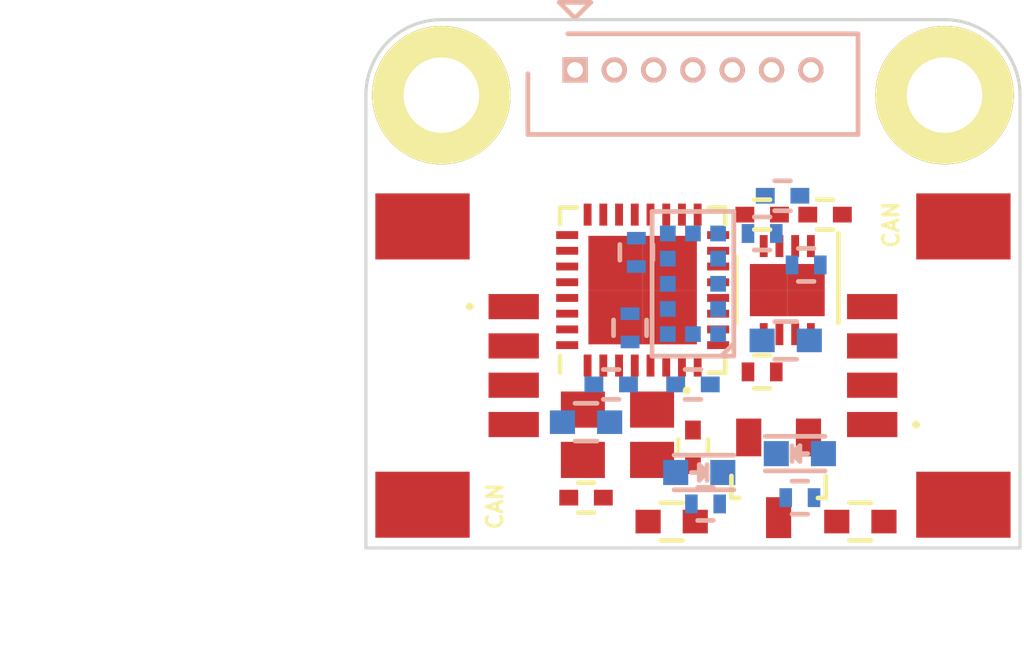
<source format=kicad_pcb>
(kicad_pcb (version 4) (host pcbnew 4.0.1-stable)

  (general
    (links 86)
    (no_connects 86)
    (area 39.549999 41.549999 60.450001 58.450001)
    (thickness 1.6)
    (drawings 8)
    (tracks 0)
    (zones 0)
    (modules 30)
    (nets 26)
  )

  (page A4)
  (title_block
    (title "VL53L0X Time of flight sensor board")
    (rev A)
    (company CVRA)
    (comment 1 "Designed by Salah-Eddine Missri & Michael Spieler")
  )

  (layers
    (0 F.Cu signal)
    (31 B.Cu signal)
    (34 B.Paste user)
    (35 F.Paste user)
    (36 B.SilkS user)
    (37 F.SilkS user)
    (38 B.Mask user)
    (39 F.Mask user)
    (41 Cmts.User user)
    (44 Edge.Cuts user)
  )

  (setup
    (last_trace_width 0.16)
    (user_trace_width 0.18)
    (user_trace_width 0.2)
    (user_trace_width 0.25)
    (trace_clearance 0.16)
    (zone_clearance 0.508)
    (zone_45_only no)
    (trace_min 0.1524)
    (segment_width 0.2)
    (edge_width 0.1)
    (via_size 0.6)
    (via_drill 0.3)
    (via_min_size 0.6)
    (via_min_drill 0.3)
    (user_via 0.7 0.4)
    (uvia_size 0.6)
    (uvia_drill 0.3)
    (uvias_allowed no)
    (uvia_min_size 0.6)
    (uvia_min_drill 0.3)
    (pcb_text_width 0.3)
    (pcb_text_size 1.5 1.5)
    (mod_edge_width 0.15)
    (mod_text_size 1 1)
    (mod_text_width 0.15)
    (pad_size 4.4 4.4)
    (pad_drill 2.4)
    (pad_to_mask_clearance 0)
    (aux_axis_origin 0 0)
    (visible_elements FFFFFF7F)
    (pcbplotparams
      (layerselection 0x00030_80000001)
      (usegerberextensions false)
      (excludeedgelayer true)
      (linewidth 0.100000)
      (plotframeref false)
      (viasonmask false)
      (mode 1)
      (useauxorigin false)
      (hpglpennumber 1)
      (hpglpenspeed 20)
      (hpglpendiameter 15)
      (hpglpenoverlay 2)
      (psnegative false)
      (psa4output false)
      (plotreference true)
      (plotvalue true)
      (plotinvisibletext false)
      (padsonsilk false)
      (subtractmaskfromsilk false)
      (outputformat 1)
      (mirror false)
      (drillshape 1)
      (scaleselection 1)
      (outputdirectory ""))
  )

  (net 0 "")
  (net 1 VCC)
  (net 2 GND)
  (net 3 /STM32_NRST)
  (net 4 +5V)
  (net 5 "Net-(C8-Pad1)")
  (net 6 "Net-(C9-Pad1)")
  (net 7 /STM32_SWDIO)
  (net 8 /STM32_SWCLK)
  (net 9 /UART2_TX)
  (net 10 /UART2_RX)
  (net 11 "Net-(CONN2-Pad4)")
  (net 12 "Net-(CONN2-Pad3)")
  (net 13 "Net-(D2-Pad2)")
  (net 14 "Net-(D3-Pad2)")
  (net 15 /GPIO1)
  (net 16 /I2C_SCL)
  (net 17 /I2C_SDA)
  (net 18 /Proximity)
  (net 19 /Error)
  (net 20 "Net-(R8-Pad1)")
  (net 21 /CAN_SPEED)
  (net 22 /XSHUT)
  (net 23 /CAN_RX)
  (net 24 /CAN_TX)
  (net 25 "Net-(U2-Pad9)")

  (net_class Default "This is the default net class."
    (clearance 0.16)
    (trace_width 0.16)
    (via_dia 0.6)
    (via_drill 0.3)
    (uvia_dia 0.6)
    (uvia_drill 0.3)
    (add_net +5V)
    (add_net /CAN_RX)
    (add_net /CAN_SPEED)
    (add_net /CAN_TX)
    (add_net /Error)
    (add_net /GPIO1)
    (add_net /I2C_SCL)
    (add_net /I2C_SDA)
    (add_net /Proximity)
    (add_net /STM32_NRST)
    (add_net /STM32_SWCLK)
    (add_net /STM32_SWDIO)
    (add_net /UART2_RX)
    (add_net /UART2_TX)
    (add_net /XSHUT)
    (add_net GND)
    (add_net "Net-(C8-Pad1)")
    (add_net "Net-(C9-Pad1)")
    (add_net "Net-(CONN2-Pad3)")
    (add_net "Net-(CONN2-Pad4)")
    (add_net "Net-(D2-Pad2)")
    (add_net "Net-(D3-Pad2)")
    (add_net "Net-(R8-Pad1)")
    (add_net "Net-(U2-Pad9)")
    (add_net VCC)
  )

  (module _mech:_M2 (layer F.Cu) (tedit 57962947) (tstamp 57998415)
    (at 42 45)
    (fp_text reference _M2 (at 0 -1.27) (layer F.SilkS) hide
      (effects (font (size 1 1) (thickness 0.15)))
    )
    (fp_text value VAL** (at 0 0) (layer F.Fab)
      (effects (font (size 1 1) (thickness 0.15)))
    )
    (pad 1 thru_hole circle (at 0 -1) (size 4.4 4.4) (drill 2.4) (layers *.Cu *.Mask F.SilkS))
  )

  (module Capacitors_SMD:C_0603 (layer B.Cu) (tedit 57963860) (tstamp 5794A2B9)
    (at 46.6 54.4)
    (descr "Capacitor SMD 0603, reflow soldering, AVX (see smccp.pdf)")
    (tags "capacitor 0603")
    (path /574E0463)
    (attr smd)
    (fp_text reference C1 (at 0 1.9) (layer B.SilkS) hide
      (effects (font (size 1 1) (thickness 0.15)) (justify mirror))
    )
    (fp_text value 4.7uF (at 0 -1.9) (layer B.Fab)
      (effects (font (size 1 1) (thickness 0.15)) (justify mirror))
    )
    (fp_line (start -1.45 0.75) (end 1.45 0.75) (layer B.CrtYd) (width 0.05))
    (fp_line (start -1.45 -0.75) (end 1.45 -0.75) (layer B.CrtYd) (width 0.05))
    (fp_line (start -1.45 0.75) (end -1.45 -0.75) (layer B.CrtYd) (width 0.05))
    (fp_line (start 1.45 0.75) (end 1.45 -0.75) (layer B.CrtYd) (width 0.05))
    (fp_line (start -0.35 0.6) (end 0.35 0.6) (layer B.SilkS) (width 0.15))
    (fp_line (start 0.35 -0.6) (end -0.35 -0.6) (layer B.SilkS) (width 0.15))
    (pad 1 smd rect (at -0.75 0) (size 0.8 0.75) (layers B.Cu B.Paste B.Mask)
      (net 1 VCC))
    (pad 2 smd rect (at 0.75 0) (size 0.8 0.75) (layers B.Cu B.Paste B.Mask)
      (net 2 GND))
    (model Capacitors_SMD.3dshapes/C_0603.wrl
      (at (xyz 0 0 0))
      (scale (xyz 1 1 1))
      (rotate (xyz 0 0 0))
    )
  )

  (module Capacitors_SMD:C_0402 (layer F.Cu) (tedit 57963BA3) (tstamp 5794A2BF)
    (at 52.2 47.8)
    (descr "Capacitor SMD 0402, reflow soldering, AVX (see smccp.pdf)")
    (tags "capacitor 0402")
    (path /558072B3)
    (attr smd)
    (fp_text reference C2 (at 0 -1.7) (layer F.SilkS) hide
      (effects (font (size 1 1) (thickness 0.15)))
    )
    (fp_text value 0.1uF (at 0 1.7) (layer F.Fab)
      (effects (font (size 1 1) (thickness 0.15)))
    )
    (fp_line (start -1.15 -0.6) (end 1.15 -0.6) (layer F.CrtYd) (width 0.05))
    (fp_line (start -1.15 0.6) (end 1.15 0.6) (layer F.CrtYd) (width 0.05))
    (fp_line (start -1.15 -0.6) (end -1.15 0.6) (layer F.CrtYd) (width 0.05))
    (fp_line (start 1.15 -0.6) (end 1.15 0.6) (layer F.CrtYd) (width 0.05))
    (fp_line (start 0.25 -0.475) (end -0.25 -0.475) (layer F.SilkS) (width 0.15))
    (fp_line (start -0.25 0.475) (end 0.25 0.475) (layer F.SilkS) (width 0.15))
    (pad 1 smd rect (at -0.55 0) (size 0.6 0.5) (layers F.Cu F.Paste F.Mask)
      (net 1 VCC))
    (pad 2 smd rect (at 0.55 0) (size 0.6 0.5) (layers F.Cu F.Paste F.Mask)
      (net 2 GND))
    (model Capacitors_SMD.3dshapes/C_0402.wrl
      (at (xyz 0 0 0))
      (scale (xyz 1 1 1))
      (rotate (xyz 0 0 0))
    )
  )

  (module Capacitors_SMD:C_0402 (layer B.Cu) (tedit 57963B6D) (tstamp 5794A2C5)
    (at 47.4 53.2 180)
    (descr "Capacitor SMD 0402, reflow soldering, AVX (see smccp.pdf)")
    (tags "capacitor 0402")
    (path /574DE706)
    (attr smd)
    (fp_text reference C3 (at 0 1.7 180) (layer B.SilkS) hide
      (effects (font (size 1 1) (thickness 0.15)) (justify mirror))
    )
    (fp_text value 0.1uF (at 0 -1.7 180) (layer B.Fab)
      (effects (font (size 1 1) (thickness 0.15)) (justify mirror))
    )
    (fp_line (start -1.15 0.6) (end 1.15 0.6) (layer B.CrtYd) (width 0.05))
    (fp_line (start -1.15 -0.6) (end 1.15 -0.6) (layer B.CrtYd) (width 0.05))
    (fp_line (start -1.15 0.6) (end -1.15 -0.6) (layer B.CrtYd) (width 0.05))
    (fp_line (start 1.15 0.6) (end 1.15 -0.6) (layer B.CrtYd) (width 0.05))
    (fp_line (start 0.25 0.475) (end -0.25 0.475) (layer B.SilkS) (width 0.15))
    (fp_line (start -0.25 -0.475) (end 0.25 -0.475) (layer B.SilkS) (width 0.15))
    (pad 1 smd rect (at -0.55 0 180) (size 0.6 0.5) (layers B.Cu B.Paste B.Mask)
      (net 3 /STM32_NRST))
    (pad 2 smd rect (at 0.55 0 180) (size 0.6 0.5) (layers B.Cu B.Paste B.Mask)
      (net 2 GND))
    (model Capacitors_SMD.3dshapes/C_0402.wrl
      (at (xyz 0 0 0))
      (scale (xyz 1 1 1))
      (rotate (xyz 0 0 0))
    )
  )

  (module Capacitors_SMD:C_0603 (layer F.Cu) (tedit 5794EED7) (tstamp 5794A2CB)
    (at 55.32335 57.560686)
    (descr "Capacitor SMD 0603, reflow soldering, AVX (see smccp.pdf)")
    (tags "capacitor 0603")
    (path /574E782B)
    (attr smd)
    (fp_text reference C4 (at 0 -1.9) (layer F.SilkS) hide
      (effects (font (size 1 1) (thickness 0.15)))
    )
    (fp_text value 1uF (at 0 1.9) (layer F.Fab) hide
      (effects (font (size 1 1) (thickness 0.15)))
    )
    (fp_line (start -1.45 -0.75) (end 1.45 -0.75) (layer F.CrtYd) (width 0.05))
    (fp_line (start -1.45 0.75) (end 1.45 0.75) (layer F.CrtYd) (width 0.05))
    (fp_line (start -1.45 -0.75) (end -1.45 0.75) (layer F.CrtYd) (width 0.05))
    (fp_line (start 1.45 -0.75) (end 1.45 0.75) (layer F.CrtYd) (width 0.05))
    (fp_line (start -0.35 -0.6) (end 0.35 -0.6) (layer F.SilkS) (width 0.15))
    (fp_line (start 0.35 0.6) (end -0.35 0.6) (layer F.SilkS) (width 0.15))
    (pad 1 smd rect (at -0.75 0) (size 0.8 0.75) (layers F.Cu F.Paste F.Mask)
      (net 4 +5V))
    (pad 2 smd rect (at 0.75 0) (size 0.8 0.75) (layers F.Cu F.Paste F.Mask)
      (net 2 GND))
    (model Capacitors_SMD.3dshapes/C_0603.wrl
      (at (xyz 0 0 0))
      (scale (xyz 1 1 1))
      (rotate (xyz 0 0 0))
    )
  )

  (module Capacitors_SMD:C_0603 (layer F.Cu) (tedit 5794EF4B) (tstamp 5794A2D1)
    (at 49.32335 57.560686 180)
    (descr "Capacitor SMD 0603, reflow soldering, AVX (see smccp.pdf)")
    (tags "capacitor 0603")
    (path /574E78B8)
    (attr smd)
    (fp_text reference C5 (at 0 -1.9 180) (layer F.SilkS) hide
      (effects (font (size 1 1) (thickness 0.15)))
    )
    (fp_text value 22uF (at 0 1.9 180) (layer F.Fab) hide
      (effects (font (size 1 1) (thickness 0.15)))
    )
    (fp_line (start -1.45 -0.75) (end 1.45 -0.75) (layer F.CrtYd) (width 0.05))
    (fp_line (start -1.45 0.75) (end 1.45 0.75) (layer F.CrtYd) (width 0.05))
    (fp_line (start -1.45 -0.75) (end -1.45 0.75) (layer F.CrtYd) (width 0.05))
    (fp_line (start 1.45 -0.75) (end 1.45 0.75) (layer F.CrtYd) (width 0.05))
    (fp_line (start -0.35 -0.6) (end 0.35 -0.6) (layer F.SilkS) (width 0.15))
    (fp_line (start 0.35 0.6) (end -0.35 0.6) (layer F.SilkS) (width 0.15))
    (pad 1 smd rect (at -0.75 0 180) (size 0.8 0.75) (layers F.Cu F.Paste F.Mask)
      (net 1 VCC))
    (pad 2 smd rect (at 0.75 0 180) (size 0.8 0.75) (layers F.Cu F.Paste F.Mask)
      (net 2 GND))
    (model Capacitors_SMD.3dshapes/C_0603.wrl
      (at (xyz 0 0 0))
      (scale (xyz 1 1 1))
      (rotate (xyz 0 0 0))
    )
  )

  (module Capacitors_SMD:C_0402 (layer B.Cu) (tedit 57963AE3) (tstamp 5794A2D7)
    (at 52.85 47.2)
    (descr "Capacitor SMD 0402, reflow soldering, AVX (see smccp.pdf)")
    (tags "capacitor 0402")
    (path /5580E7D7)
    (attr smd)
    (fp_text reference C7 (at 0 1.7) (layer B.SilkS) hide
      (effects (font (size 1 1) (thickness 0.15)) (justify mirror))
    )
    (fp_text value 0.1uF (at 0 -1.7) (layer B.Fab)
      (effects (font (size 1 1) (thickness 0.15)) (justify mirror))
    )
    (fp_line (start -1.15 0.6) (end 1.15 0.6) (layer B.CrtYd) (width 0.05))
    (fp_line (start -1.15 -0.6) (end 1.15 -0.6) (layer B.CrtYd) (width 0.05))
    (fp_line (start -1.15 0.6) (end -1.15 -0.6) (layer B.CrtYd) (width 0.05))
    (fp_line (start 1.15 0.6) (end 1.15 -0.6) (layer B.CrtYd) (width 0.05))
    (fp_line (start 0.25 0.475) (end -0.25 0.475) (layer B.SilkS) (width 0.15))
    (fp_line (start -0.25 -0.475) (end 0.25 -0.475) (layer B.SilkS) (width 0.15))
    (pad 1 smd rect (at -0.55 0) (size 0.6 0.5) (layers B.Cu B.Paste B.Mask)
      (net 1 VCC))
    (pad 2 smd rect (at 0.55 0) (size 0.6 0.5) (layers B.Cu B.Paste B.Mask)
      (net 2 GND))
    (model Capacitors_SMD.3dshapes/C_0402.wrl
      (at (xyz 0 0 0))
      (scale (xyz 1 1 1))
      (rotate (xyz 0 0 0))
    )
  )

  (module Capacitors_SMD:C_0402 (layer F.Cu) (tedit 5794EE98) (tstamp 5794A2DD)
    (at 50 55.2 270)
    (descr "Capacitor SMD 0402, reflow soldering, AVX (see smccp.pdf)")
    (tags "capacitor 0402")
    (path /557CA1E2)
    (attr smd)
    (fp_text reference C8 (at 0 -1.7 270) (layer F.SilkS) hide
      (effects (font (size 1 1) (thickness 0.15)))
    )
    (fp_text value 10pF (at 0 1.7 270) (layer F.Fab) hide
      (effects (font (size 1 1) (thickness 0.15)))
    )
    (fp_line (start -1.15 -0.6) (end 1.15 -0.6) (layer F.CrtYd) (width 0.05))
    (fp_line (start -1.15 0.6) (end 1.15 0.6) (layer F.CrtYd) (width 0.05))
    (fp_line (start -1.15 -0.6) (end -1.15 0.6) (layer F.CrtYd) (width 0.05))
    (fp_line (start 1.15 -0.6) (end 1.15 0.6) (layer F.CrtYd) (width 0.05))
    (fp_line (start 0.25 -0.475) (end -0.25 -0.475) (layer F.SilkS) (width 0.15))
    (fp_line (start -0.25 0.475) (end 0.25 0.475) (layer F.SilkS) (width 0.15))
    (pad 1 smd rect (at -0.55 0 270) (size 0.6 0.5) (layers F.Cu F.Paste F.Mask)
      (net 5 "Net-(C8-Pad1)"))
    (pad 2 smd rect (at 0.55 0 270) (size 0.6 0.5) (layers F.Cu F.Paste F.Mask)
      (net 2 GND))
    (model Capacitors_SMD.3dshapes/C_0402.wrl
      (at (xyz 0 0 0))
      (scale (xyz 1 1 1))
      (rotate (xyz 0 0 0))
    )
  )

  (module Capacitors_SMD:C_0402 (layer F.Cu) (tedit 5794EE9F) (tstamp 5794A2E3)
    (at 46.6 56.8)
    (descr "Capacitor SMD 0402, reflow soldering, AVX (see smccp.pdf)")
    (tags "capacitor 0402")
    (path /557CA248)
    (attr smd)
    (fp_text reference C9 (at 0 -1.7) (layer F.SilkS) hide
      (effects (font (size 1 1) (thickness 0.15)))
    )
    (fp_text value 10pF (at 0 1.7) (layer F.Fab) hide
      (effects (font (size 1 1) (thickness 0.15)))
    )
    (fp_line (start -1.15 -0.6) (end 1.15 -0.6) (layer F.CrtYd) (width 0.05))
    (fp_line (start -1.15 0.6) (end 1.15 0.6) (layer F.CrtYd) (width 0.05))
    (fp_line (start -1.15 -0.6) (end -1.15 0.6) (layer F.CrtYd) (width 0.05))
    (fp_line (start 1.15 -0.6) (end 1.15 0.6) (layer F.CrtYd) (width 0.05))
    (fp_line (start 0.25 -0.475) (end -0.25 -0.475) (layer F.SilkS) (width 0.15))
    (fp_line (start -0.25 0.475) (end 0.25 0.475) (layer F.SilkS) (width 0.15))
    (pad 1 smd rect (at -0.55 0) (size 0.6 0.5) (layers F.Cu F.Paste F.Mask)
      (net 6 "Net-(C9-Pad1)"))
    (pad 2 smd rect (at 0.55 0) (size 0.6 0.5) (layers F.Cu F.Paste F.Mask)
      (net 2 GND))
    (model Capacitors_SMD.3dshapes/C_0402.wrl
      (at (xyz 0 0 0))
      (scale (xyz 1 1 1))
      (rotate (xyz 0 0 0))
    )
  )

  (module Capacitors_SMD:C_0402 (layer F.Cu) (tedit 57963B00) (tstamp 5794A2E9)
    (at 54.2 47.8)
    (descr "Capacitor SMD 0402, reflow soldering, AVX (see smccp.pdf)")
    (tags "capacitor 0402")
    (path /55810004)
    (attr smd)
    (fp_text reference C11 (at 0 -1.7) (layer F.SilkS) hide
      (effects (font (size 1 1) (thickness 0.15)))
    )
    (fp_text value 0.1uF (at 0 1.7) (layer F.Fab)
      (effects (font (size 1 1) (thickness 0.15)))
    )
    (fp_line (start -1.15 -0.6) (end 1.15 -0.6) (layer F.CrtYd) (width 0.05))
    (fp_line (start -1.15 0.6) (end 1.15 0.6) (layer F.CrtYd) (width 0.05))
    (fp_line (start -1.15 -0.6) (end -1.15 0.6) (layer F.CrtYd) (width 0.05))
    (fp_line (start 1.15 -0.6) (end 1.15 0.6) (layer F.CrtYd) (width 0.05))
    (fp_line (start 0.25 -0.475) (end -0.25 -0.475) (layer F.SilkS) (width 0.15))
    (fp_line (start -0.25 0.475) (end 0.25 0.475) (layer F.SilkS) (width 0.15))
    (pad 1 smd rect (at -0.55 0) (size 0.6 0.5) (layers F.Cu F.Paste F.Mask)
      (net 1 VCC))
    (pad 2 smd rect (at 0.55 0) (size 0.6 0.5) (layers F.Cu F.Paste F.Mask)
      (net 2 GND))
    (model Capacitors_SMD.3dshapes/C_0402.wrl
      (at (xyz 0 0 0))
      (scale (xyz 1 1 1))
      (rotate (xyz 0 0 0))
    )
  )

  (module Capacitors_SMD:C_0402 (layer B.Cu) (tedit 579634E7) (tstamp 5794A2EF)
    (at 50 53.2)
    (descr "Capacitor SMD 0402, reflow soldering, AVX (see smccp.pdf)")
    (tags "capacitor 0402")
    (path /57560FC4)
    (attr smd)
    (fp_text reference C13 (at 0 1.7) (layer B.SilkS) hide
      (effects (font (size 1 1) (thickness 0.15)) (justify mirror))
    )
    (fp_text value 0.1uF (at 0 -1.7) (layer B.Fab)
      (effects (font (size 1 1) (thickness 0.15)) (justify mirror))
    )
    (fp_line (start -1.15 0.6) (end 1.15 0.6) (layer B.CrtYd) (width 0.05))
    (fp_line (start -1.15 -0.6) (end 1.15 -0.6) (layer B.CrtYd) (width 0.05))
    (fp_line (start -1.15 0.6) (end -1.15 -0.6) (layer B.CrtYd) (width 0.05))
    (fp_line (start 1.15 0.6) (end 1.15 -0.6) (layer B.CrtYd) (width 0.05))
    (fp_line (start 0.25 0.475) (end -0.25 0.475) (layer B.SilkS) (width 0.15))
    (fp_line (start -0.25 -0.475) (end 0.25 -0.475) (layer B.SilkS) (width 0.15))
    (pad 1 smd rect (at -0.55 0) (size 0.6 0.5) (layers B.Cu B.Paste B.Mask)
      (net 1 VCC))
    (pad 2 smd rect (at 0.55 0) (size 0.6 0.5) (layers B.Cu B.Paste B.Mask)
      (net 2 GND))
    (model Capacitors_SMD.3dshapes/C_0402.wrl
      (at (xyz 0 0 0))
      (scale (xyz 1 1 1))
      (rotate (xyz 0 0 0))
    )
  )

  (module Capacitors_SMD:C_0603 (layer B.Cu) (tedit 579634E0) (tstamp 5794A2F5)
    (at 52.95 51.8)
    (descr "Capacitor SMD 0603, reflow soldering, AVX (see smccp.pdf)")
    (tags "capacitor 0603")
    (path /5580C413)
    (attr smd)
    (fp_text reference C14 (at 0 1.9) (layer B.SilkS) hide
      (effects (font (size 1 1) (thickness 0.15)) (justify mirror))
    )
    (fp_text value 4.7uF (at 0 -1.9) (layer B.Fab) hide
      (effects (font (size 1 1) (thickness 0.15)) (justify mirror))
    )
    (fp_line (start -1.45 0.75) (end 1.45 0.75) (layer B.CrtYd) (width 0.05))
    (fp_line (start -1.45 -0.75) (end 1.45 -0.75) (layer B.CrtYd) (width 0.05))
    (fp_line (start -1.45 0.75) (end -1.45 -0.75) (layer B.CrtYd) (width 0.05))
    (fp_line (start 1.45 0.75) (end 1.45 -0.75) (layer B.CrtYd) (width 0.05))
    (fp_line (start -0.35 0.6) (end 0.35 0.6) (layer B.SilkS) (width 0.15))
    (fp_line (start 0.35 -0.6) (end -0.35 -0.6) (layer B.SilkS) (width 0.15))
    (pad 1 smd rect (at -0.75 0) (size 0.8 0.75) (layers B.Cu B.Paste B.Mask)
      (net 1 VCC))
    (pad 2 smd rect (at 0.75 0) (size 0.8 0.75) (layers B.Cu B.Paste B.Mask)
      (net 2 GND))
    (model Capacitors_SMD.3dshapes/C_0603.wrl
      (at (xyz 0 0 0))
      (scale (xyz 1 1 1))
      (rotate (xyz 0 0 0))
    )
  )

  (module _connectors:_Molex-PicoBlade-SMD-4 (layer F.Cu) (tedit 5771998D) (tstamp 5794A30A)
    (at 58.6 52.6 90)
    (path /5581048E)
    (fp_text reference CONN2 (at 0 -0.9 90) (layer F.SilkS) hide
      (effects (font (size 0.5 0.5) (thickness 0.125)))
    )
    (fp_text value CAN (at 4.475 -2.3 90) (layer F.SilkS)
      (effects (font (size 0.5 0.5) (thickness 0.1)))
    )
    (fp_line (start -1.875 -1.5) (end -1.875 -1.51) (layer F.SilkS) (width 0.25))
    (pad 4 smd rect (at 1.875 -2.9 90) (size 0.8 1.6) (layers F.Cu F.Paste F.Mask)
      (net 11 "Net-(CONN2-Pad4)"))
    (pad 3 smd rect (at 0.625 -2.9 90) (size 0.8 1.6) (layers F.Cu F.Paste F.Mask)
      (net 12 "Net-(CONN2-Pad3)"))
    (pad 2 smd rect (at -0.625 -2.9 90) (size 0.8 1.6) (layers F.Cu F.Paste F.Mask)
      (net 2 GND))
    (pad 1 smd rect (at -1.875 -2.9 90) (size 0.8 1.6) (layers F.Cu F.Paste F.Mask)
      (net 4 +5V))
    (pad MECH smd rect (at -4.425 0 90) (size 2.1 3) (layers F.Cu F.Paste F.Mask)
      (net 2 GND))
    (pad MECH smd rect (at 4.425 0 90) (size 2.1 3) (layers F.Cu F.Paste F.Mask)
      (net 2 GND))
    (model ${KIPRJMOD}/kicad-lib/3Dmodels/MolexPicoblade/molexpicoblade-horizontal-smd-4.wrl
      (at (xyz 0 0 0.065))
      (scale (xyz 394 394 394))
      (rotate (xyz 0 0 180))
    )
  )

  (module _connectors:_Molex-PicoBlade-SMD-4 (layer F.Cu) (tedit 5771998D) (tstamp 5794A314)
    (at 41.4 52.6 270)
    (path /5580808C)
    (fp_text reference CONN3 (at 0 -0.9 270) (layer F.SilkS) hide
      (effects (font (size 0.5 0.5) (thickness 0.125)))
    )
    (fp_text value CAN (at 4.475 -2.3 270) (layer F.SilkS)
      (effects (font (size 0.5 0.5) (thickness 0.1)))
    )
    (fp_line (start -1.875 -1.5) (end -1.875 -1.51) (layer F.SilkS) (width 0.25))
    (pad 4 smd rect (at 1.875 -2.9 270) (size 0.8 1.6) (layers F.Cu F.Paste F.Mask)
      (net 11 "Net-(CONN2-Pad4)"))
    (pad 3 smd rect (at 0.625 -2.9 270) (size 0.8 1.6) (layers F.Cu F.Paste F.Mask)
      (net 12 "Net-(CONN2-Pad3)"))
    (pad 2 smd rect (at -0.625 -2.9 270) (size 0.8 1.6) (layers F.Cu F.Paste F.Mask)
      (net 2 GND))
    (pad 1 smd rect (at -1.875 -2.9 270) (size 0.8 1.6) (layers F.Cu F.Paste F.Mask)
      (net 4 +5V))
    (pad MECH smd rect (at -4.425 0 270) (size 2.1 3) (layers F.Cu F.Paste F.Mask)
      (net 2 GND))
    (pad MECH smd rect (at 4.425 0 270) (size 2.1 3) (layers F.Cu F.Paste F.Mask)
      (net 2 GND))
    (model ${KIPRJMOD}/kicad-lib/3Dmodels/MolexPicoblade/molexpicoblade-horizontal-smd-4.wrl
      (at (xyz 0 0 0.065))
      (scale (xyz 394 394 394))
      (rotate (xyz 0 0 180))
    )
  )

  (module LEDs:LED-0603 (layer B.Cu) (tedit 5794EF57) (tstamp 5794A31A)
    (at 50.2 56 180)
    (descr "LED 0603 smd package")
    (tags "LED led 0603 SMD smd SMT smt smdled SMDLED smtled SMTLED")
    (path /55808402)
    (attr smd)
    (fp_text reference D2 (at 0 1.5 180) (layer B.SilkS) hide
      (effects (font (size 1 1) (thickness 0.15)) (justify mirror))
    )
    (fp_text value PROXIMITY (at 0 -1.5 180) (layer B.Fab) hide
      (effects (font (size 1 1) (thickness 0.15)) (justify mirror))
    )
    (fp_line (start -1.1 -0.55) (end 0.8 -0.55) (layer B.SilkS) (width 0.15))
    (fp_line (start -1.1 0.55) (end 0.8 0.55) (layer B.SilkS) (width 0.15))
    (fp_line (start -0.2 0) (end 0.25 0) (layer B.SilkS) (width 0.15))
    (fp_line (start -0.25 0.25) (end -0.25 -0.25) (layer B.SilkS) (width 0.15))
    (fp_line (start -0.25 0) (end 0 0.25) (layer B.SilkS) (width 0.15))
    (fp_line (start 0 0.25) (end 0 -0.25) (layer B.SilkS) (width 0.15))
    (fp_line (start 0 -0.25) (end -0.25 0) (layer B.SilkS) (width 0.15))
    (fp_line (start 1.4 0.75) (end 1.4 -0.75) (layer B.CrtYd) (width 0.05))
    (fp_line (start 1.4 -0.75) (end -1.4 -0.75) (layer B.CrtYd) (width 0.05))
    (fp_line (start -1.4 -0.75) (end -1.4 0.75) (layer B.CrtYd) (width 0.05))
    (fp_line (start -1.4 0.75) (end 1.4 0.75) (layer B.CrtYd) (width 0.05))
    (pad 2 smd rect (at 0.7493 0) (size 0.79756 0.79756) (layers B.Cu B.Paste B.Mask)
      (net 13 "Net-(D2-Pad2)"))
    (pad 1 smd rect (at -0.7493 0) (size 0.79756 0.79756) (layers B.Cu B.Paste B.Mask)
      (net 2 GND))
  )

  (module LEDs:LED-0603 (layer B.Cu) (tedit 5794EF5A) (tstamp 5794A320)
    (at 53.4 55.4)
    (descr "LED 0603 smd package")
    (tags "LED led 0603 SMD smd SMT smt smdled SMDLED smtled SMTLED")
    (path /55808536)
    (attr smd)
    (fp_text reference D3 (at 0 1.5) (layer B.SilkS) hide
      (effects (font (size 1 1) (thickness 0.15)) (justify mirror))
    )
    (fp_text value ERROR (at 0 -1.5) (layer B.Fab) hide
      (effects (font (size 1 1) (thickness 0.15)) (justify mirror))
    )
    (fp_line (start -1.1 -0.55) (end 0.8 -0.55) (layer B.SilkS) (width 0.15))
    (fp_line (start -1.1 0.55) (end 0.8 0.55) (layer B.SilkS) (width 0.15))
    (fp_line (start -0.2 0) (end 0.25 0) (layer B.SilkS) (width 0.15))
    (fp_line (start -0.25 0.25) (end -0.25 -0.25) (layer B.SilkS) (width 0.15))
    (fp_line (start -0.25 0) (end 0 0.25) (layer B.SilkS) (width 0.15))
    (fp_line (start 0 0.25) (end 0 -0.25) (layer B.SilkS) (width 0.15))
    (fp_line (start 0 -0.25) (end -0.25 0) (layer B.SilkS) (width 0.15))
    (fp_line (start 1.4 0.75) (end 1.4 -0.75) (layer B.CrtYd) (width 0.05))
    (fp_line (start 1.4 -0.75) (end -1.4 -0.75) (layer B.CrtYd) (width 0.05))
    (fp_line (start -1.4 -0.75) (end -1.4 0.75) (layer B.CrtYd) (width 0.05))
    (fp_line (start -1.4 0.75) (end 1.4 0.75) (layer B.CrtYd) (width 0.05))
    (pad 2 smd rect (at 0.7493 0 180) (size 0.79756 0.79756) (layers B.Cu B.Paste B.Mask)
      (net 14 "Net-(D3-Pad2)"))
    (pad 1 smd rect (at -0.7493 0 180) (size 0.79756 0.79756) (layers B.Cu B.Paste B.Mask)
      (net 2 GND))
  )

  (module Resistors_SMD:R_0402 (layer B.Cu) (tedit 5796398F) (tstamp 5794A326)
    (at 53.6 49.4 180)
    (descr "Resistor SMD 0402, reflow soldering, Vishay (see dcrcw.pdf)")
    (tags "resistor 0402")
    (path /57561CE9)
    (attr smd)
    (fp_text reference R1 (at 0 1.8 180) (layer B.SilkS) hide
      (effects (font (size 1 1) (thickness 0.15)) (justify mirror))
    )
    (fp_text value 10k (at 0 -1.8 180) (layer B.Fab)
      (effects (font (size 1 1) (thickness 0.15)) (justify mirror))
    )
    (fp_line (start -0.95 0.65) (end 0.95 0.65) (layer B.CrtYd) (width 0.05))
    (fp_line (start -0.95 -0.65) (end 0.95 -0.65) (layer B.CrtYd) (width 0.05))
    (fp_line (start -0.95 0.65) (end -0.95 -0.65) (layer B.CrtYd) (width 0.05))
    (fp_line (start 0.95 0.65) (end 0.95 -0.65) (layer B.CrtYd) (width 0.05))
    (fp_line (start 0.25 0.525) (end -0.25 0.525) (layer B.SilkS) (width 0.15))
    (fp_line (start -0.25 -0.525) (end 0.25 -0.525) (layer B.SilkS) (width 0.15))
    (pad 1 smd rect (at -0.45 0 180) (size 0.4 0.6) (layers B.Cu B.Paste B.Mask)
      (net 1 VCC))
    (pad 2 smd rect (at 0.45 0 180) (size 0.4 0.6) (layers B.Cu B.Paste B.Mask)
      (net 15 /GPIO1))
    (model Resistors_SMD.3dshapes/R_0402.wrl
      (at (xyz 0 0 0))
      (scale (xyz 1 1 1))
      (rotate (xyz 0 0 0))
    )
  )

  (module Resistors_SMD:R_0402 (layer B.Cu) (tedit 579638B9) (tstamp 5794A32C)
    (at 48 51.4 90)
    (descr "Resistor SMD 0402, reflow soldering, Vishay (see dcrcw.pdf)")
    (tags "resistor 0402")
    (path /5580B966)
    (attr smd)
    (fp_text reference R3 (at 0 1.8 90) (layer B.SilkS) hide
      (effects (font (size 1 1) (thickness 0.15)) (justify mirror))
    )
    (fp_text value 4.7k (at 0 -1.8 90) (layer B.Fab)
      (effects (font (size 1 1) (thickness 0.15)) (justify mirror))
    )
    (fp_line (start -0.95 0.65) (end 0.95 0.65) (layer B.CrtYd) (width 0.05))
    (fp_line (start -0.95 -0.65) (end 0.95 -0.65) (layer B.CrtYd) (width 0.05))
    (fp_line (start -0.95 0.65) (end -0.95 -0.65) (layer B.CrtYd) (width 0.05))
    (fp_line (start 0.95 0.65) (end 0.95 -0.65) (layer B.CrtYd) (width 0.05))
    (fp_line (start 0.25 0.525) (end -0.25 0.525) (layer B.SilkS) (width 0.15))
    (fp_line (start -0.25 -0.525) (end 0.25 -0.525) (layer B.SilkS) (width 0.15))
    (pad 1 smd rect (at -0.45 0 90) (size 0.4 0.6) (layers B.Cu B.Paste B.Mask)
      (net 1 VCC))
    (pad 2 smd rect (at 0.45 0 90) (size 0.4 0.6) (layers B.Cu B.Paste B.Mask)
      (net 16 /I2C_SCL))
    (model Resistors_SMD.3dshapes/R_0402.wrl
      (at (xyz 0 0 0))
      (scale (xyz 1 1 1))
      (rotate (xyz 0 0 0))
    )
  )

  (module Resistors_SMD:R_0402 (layer B.Cu) (tedit 579638D3) (tstamp 5794A332)
    (at 48.2 49 270)
    (descr "Resistor SMD 0402, reflow soldering, Vishay (see dcrcw.pdf)")
    (tags "resistor 0402")
    (path /5580BA95)
    (attr smd)
    (fp_text reference R4 (at 0 1.8 270) (layer B.SilkS) hide
      (effects (font (size 1 1) (thickness 0.15)) (justify mirror))
    )
    (fp_text value 4.7k (at 0 -1.8 270) (layer B.Fab)
      (effects (font (size 1 1) (thickness 0.15)) (justify mirror))
    )
    (fp_line (start -0.95 0.65) (end 0.95 0.65) (layer B.CrtYd) (width 0.05))
    (fp_line (start -0.95 -0.65) (end 0.95 -0.65) (layer B.CrtYd) (width 0.05))
    (fp_line (start -0.95 0.65) (end -0.95 -0.65) (layer B.CrtYd) (width 0.05))
    (fp_line (start 0.95 0.65) (end 0.95 -0.65) (layer B.CrtYd) (width 0.05))
    (fp_line (start 0.25 0.525) (end -0.25 0.525) (layer B.SilkS) (width 0.15))
    (fp_line (start -0.25 -0.525) (end 0.25 -0.525) (layer B.SilkS) (width 0.15))
    (pad 1 smd rect (at -0.45 0 270) (size 0.4 0.6) (layers B.Cu B.Paste B.Mask)
      (net 1 VCC))
    (pad 2 smd rect (at 0.45 0 270) (size 0.4 0.6) (layers B.Cu B.Paste B.Mask)
      (net 17 /I2C_SDA))
    (model Resistors_SMD.3dshapes/R_0402.wrl
      (at (xyz 0 0 0))
      (scale (xyz 1 1 1))
      (rotate (xyz 0 0 0))
    )
  )

  (module Resistors_SMD:R_0402 (layer B.Cu) (tedit 57963928) (tstamp 5794A338)
    (at 50.4 57)
    (descr "Resistor SMD 0402, reflow soldering, Vishay (see dcrcw.pdf)")
    (tags "resistor 0402")
    (path /5580AA34)
    (attr smd)
    (fp_text reference R6 (at 0 1.8) (layer B.SilkS) hide
      (effects (font (size 1 1) (thickness 0.15)) (justify mirror))
    )
    (fp_text value 1k (at 0 -1.8) (layer B.Fab)
      (effects (font (size 1 1) (thickness 0.15)) (justify mirror))
    )
    (fp_line (start -0.95 0.65) (end 0.95 0.65) (layer B.CrtYd) (width 0.05))
    (fp_line (start -0.95 -0.65) (end 0.95 -0.65) (layer B.CrtYd) (width 0.05))
    (fp_line (start -0.95 0.65) (end -0.95 -0.65) (layer B.CrtYd) (width 0.05))
    (fp_line (start 0.95 0.65) (end 0.95 -0.65) (layer B.CrtYd) (width 0.05))
    (fp_line (start 0.25 0.525) (end -0.25 0.525) (layer B.SilkS) (width 0.15))
    (fp_line (start -0.25 -0.525) (end 0.25 -0.525) (layer B.SilkS) (width 0.15))
    (pad 1 smd rect (at -0.45 0) (size 0.4 0.6) (layers B.Cu B.Paste B.Mask)
      (net 13 "Net-(D2-Pad2)"))
    (pad 2 smd rect (at 0.45 0) (size 0.4 0.6) (layers B.Cu B.Paste B.Mask)
      (net 18 /Proximity))
    (model Resistors_SMD.3dshapes/R_0402.wrl
      (at (xyz 0 0 0))
      (scale (xyz 1 1 1))
      (rotate (xyz 0 0 0))
    )
  )

  (module Resistors_SMD:R_0402 (layer B.Cu) (tedit 57963938) (tstamp 5794A33E)
    (at 53.4 56.8 180)
    (descr "Resistor SMD 0402, reflow soldering, Vishay (see dcrcw.pdf)")
    (tags "resistor 0402")
    (path /5580AA87)
    (attr smd)
    (fp_text reference R7 (at 0 1.8 180) (layer B.SilkS) hide
      (effects (font (size 1 1) (thickness 0.15)) (justify mirror))
    )
    (fp_text value 1k (at 0 -1.8 180) (layer B.Fab)
      (effects (font (size 1 1) (thickness 0.15)) (justify mirror))
    )
    (fp_line (start -0.95 0.65) (end 0.95 0.65) (layer B.CrtYd) (width 0.05))
    (fp_line (start -0.95 -0.65) (end 0.95 -0.65) (layer B.CrtYd) (width 0.05))
    (fp_line (start -0.95 0.65) (end -0.95 -0.65) (layer B.CrtYd) (width 0.05))
    (fp_line (start 0.95 0.65) (end 0.95 -0.65) (layer B.CrtYd) (width 0.05))
    (fp_line (start 0.25 0.525) (end -0.25 0.525) (layer B.SilkS) (width 0.15))
    (fp_line (start -0.25 -0.525) (end 0.25 -0.525) (layer B.SilkS) (width 0.15))
    (pad 1 smd rect (at -0.45 0 180) (size 0.4 0.6) (layers B.Cu B.Paste B.Mask)
      (net 14 "Net-(D3-Pad2)"))
    (pad 2 smd rect (at 0.45 0 180) (size 0.4 0.6) (layers B.Cu B.Paste B.Mask)
      (net 19 /Error))
    (model Resistors_SMD.3dshapes/R_0402.wrl
      (at (xyz 0 0 0))
      (scale (xyz 1 1 1))
      (rotate (xyz 0 0 0))
    )
  )

  (module Resistors_SMD:R_0402 (layer F.Cu) (tedit 5794EF9E) (tstamp 5794A344)
    (at 52.2 52.8 180)
    (descr "Resistor SMD 0402, reflow soldering, Vishay (see dcrcw.pdf)")
    (tags "resistor 0402")
    (path /5580DF61)
    (attr smd)
    (fp_text reference R8 (at 0 -1.8 180) (layer F.SilkS) hide
      (effects (font (size 1 1) (thickness 0.15)))
    )
    (fp_text value 0 (at 0 1.8 180) (layer F.Fab) hide
      (effects (font (size 1 1) (thickness 0.15)))
    )
    (fp_line (start -0.95 -0.65) (end 0.95 -0.65) (layer F.CrtYd) (width 0.05))
    (fp_line (start -0.95 0.65) (end 0.95 0.65) (layer F.CrtYd) (width 0.05))
    (fp_line (start -0.95 -0.65) (end -0.95 0.65) (layer F.CrtYd) (width 0.05))
    (fp_line (start 0.95 -0.65) (end 0.95 0.65) (layer F.CrtYd) (width 0.05))
    (fp_line (start 0.25 -0.525) (end -0.25 -0.525) (layer F.SilkS) (width 0.15))
    (fp_line (start -0.25 0.525) (end 0.25 0.525) (layer F.SilkS) (width 0.15))
    (pad 1 smd rect (at -0.45 0 180) (size 0.4 0.6) (layers F.Cu F.Paste F.Mask)
      (net 20 "Net-(R8-Pad1)"))
    (pad 2 smd rect (at 0.45 0 180) (size 0.4 0.6) (layers F.Cu F.Paste F.Mask)
      (net 21 /CAN_SPEED))
    (model Resistors_SMD.3dshapes/R_0402.wrl
      (at (xyz 0 0 0))
      (scale (xyz 1 1 1))
      (rotate (xyz 0 0 0))
    )
  )

  (module Resistors_SMD:R_0402 (layer B.Cu) (tedit 57963AEF) (tstamp 5794A34A)
    (at 52.2 48.4 180)
    (descr "Resistor SMD 0402, reflow soldering, Vishay (see dcrcw.pdf)")
    (tags "resistor 0402")
    (path /5580C8FC)
    (attr smd)
    (fp_text reference R9 (at 0 1.8 180) (layer B.SilkS) hide
      (effects (font (size 1 1) (thickness 0.15)) (justify mirror))
    )
    (fp_text value 10k (at 0 -1.8 180) (layer B.Fab)
      (effects (font (size 1 1) (thickness 0.15)) (justify mirror))
    )
    (fp_line (start -0.95 0.65) (end 0.95 0.65) (layer B.CrtYd) (width 0.05))
    (fp_line (start -0.95 -0.65) (end 0.95 -0.65) (layer B.CrtYd) (width 0.05))
    (fp_line (start -0.95 0.65) (end -0.95 -0.65) (layer B.CrtYd) (width 0.05))
    (fp_line (start 0.95 0.65) (end 0.95 -0.65) (layer B.CrtYd) (width 0.05))
    (fp_line (start 0.25 0.525) (end -0.25 0.525) (layer B.SilkS) (width 0.15))
    (fp_line (start -0.25 -0.525) (end 0.25 -0.525) (layer B.SilkS) (width 0.15))
    (pad 1 smd rect (at -0.45 0 180) (size 0.4 0.6) (layers B.Cu B.Paste B.Mask)
      (net 1 VCC))
    (pad 2 smd rect (at 0.45 0 180) (size 0.4 0.6) (layers B.Cu B.Paste B.Mask)
      (net 22 /XSHUT))
    (model Resistors_SMD.3dshapes/R_0402.wrl
      (at (xyz 0 0 0))
      (scale (xyz 1 1 1))
      (rotate (xyz 0 0 0))
    )
  )

  (module Housings_DFN_QFN:QFN-32-1EP_5x5mm_Pitch0.5mm (layer F.Cu) (tedit 5794A4E1) (tstamp 5794A372)
    (at 48.4 50.2 90)
    (descr "UH Package; 32-Lead Plastic QFN (5mm x 5mm); (see Linear Technology QFN_32_05-08-1693.pdf)")
    (tags "QFN 0.5")
    (path /574DBF3A)
    (attr smd)
    (fp_text reference U1 (at 0 -3.75 90) (layer F.SilkS) hide
      (effects (font (size 1 1) (thickness 0.15)))
    )
    (fp_text value STM32F302K8U6 (at 0 3.75 90) (layer F.Fab) hide
      (effects (font (size 1 1) (thickness 0.15)))
    )
    (fp_line (start -3 -3) (end -3 3) (layer F.CrtYd) (width 0.05))
    (fp_line (start 3 -3) (end 3 3) (layer F.CrtYd) (width 0.05))
    (fp_line (start -3 -3) (end 3 -3) (layer F.CrtYd) (width 0.05))
    (fp_line (start -3 3) (end 3 3) (layer F.CrtYd) (width 0.05))
    (fp_line (start 2.625 -2.625) (end 2.625 -2.1) (layer F.SilkS) (width 0.15))
    (fp_line (start -2.625 2.625) (end -2.625 2.1) (layer F.SilkS) (width 0.15))
    (fp_line (start 2.625 2.625) (end 2.625 2.1) (layer F.SilkS) (width 0.15))
    (fp_line (start -2.625 -2.625) (end -2.1 -2.625) (layer F.SilkS) (width 0.15))
    (fp_line (start -2.625 2.625) (end -2.1 2.625) (layer F.SilkS) (width 0.15))
    (fp_line (start 2.625 2.625) (end 2.1 2.625) (layer F.SilkS) (width 0.15))
    (fp_line (start 2.625 -2.625) (end 2.1 -2.625) (layer F.SilkS) (width 0.15))
    (pad 1 smd rect (at -2.4 -1.75 90) (size 0.7 0.25) (layers F.Cu F.Paste F.Mask)
      (net 1 VCC))
    (pad 2 smd rect (at -2.4 -1.25 90) (size 0.7 0.25) (layers F.Cu F.Paste F.Mask)
      (net 6 "Net-(C9-Pad1)"))
    (pad 3 smd rect (at -2.4 -0.75 90) (size 0.7 0.25) (layers F.Cu F.Paste F.Mask)
      (net 5 "Net-(C8-Pad1)"))
    (pad 4 smd rect (at -2.4 -0.25 90) (size 0.7 0.25) (layers F.Cu F.Paste F.Mask)
      (net 3 /STM32_NRST))
    (pad 5 smd rect (at -2.4 0.25 90) (size 0.7 0.25) (layers F.Cu F.Paste F.Mask)
      (net 1 VCC))
    (pad 6 smd rect (at -2.4 0.75 90) (size 0.7 0.25) (layers F.Cu F.Paste F.Mask)
      (net 2 GND))
    (pad 7 smd rect (at -2.4 1.25 90) (size 0.7 0.25) (layers F.Cu F.Paste F.Mask)
      (net 18 /Proximity))
    (pad 8 smd rect (at -2.4 1.75 90) (size 0.7 0.25) (layers F.Cu F.Paste F.Mask)
      (net 19 /Error))
    (pad 9 smd rect (at -1.75 2.4 180) (size 0.7 0.25) (layers F.Cu F.Paste F.Mask)
      (net 21 /CAN_SPEED))
    (pad 10 smd rect (at -1.25 2.4 180) (size 0.7 0.25) (layers F.Cu F.Paste F.Mask)
      (net 22 /XSHUT))
    (pad 11 smd rect (at -0.75 2.4 180) (size 0.7 0.25) (layers F.Cu F.Paste F.Mask)
      (net 15 /GPIO1))
    (pad 12 smd rect (at -0.25 2.4 180) (size 0.7 0.25) (layers F.Cu F.Paste F.Mask))
    (pad 13 smd rect (at 0.25 2.4 180) (size 0.7 0.25) (layers F.Cu F.Paste F.Mask))
    (pad 14 smd rect (at 0.75 2.4 180) (size 0.7 0.25) (layers F.Cu F.Paste F.Mask))
    (pad 15 smd rect (at 1.25 2.4 180) (size 0.7 0.25) (layers F.Cu F.Paste F.Mask))
    (pad 16 smd rect (at 1.75 2.4 180) (size 0.7 0.25) (layers F.Cu F.Paste F.Mask)
      (net 2 GND))
    (pad 17 smd rect (at 2.4 1.75 90) (size 0.7 0.25) (layers F.Cu F.Paste F.Mask)
      (net 1 VCC))
    (pad 18 smd rect (at 2.4 1.25 90) (size 0.7 0.25) (layers F.Cu F.Paste F.Mask))
    (pad 19 smd rect (at 2.4 0.75 90) (size 0.7 0.25) (layers F.Cu F.Paste F.Mask)
      (net 16 /I2C_SCL))
    (pad 20 smd rect (at 2.4 0.25 90) (size 0.7 0.25) (layers F.Cu F.Paste F.Mask)
      (net 17 /I2C_SDA))
    (pad 21 smd rect (at 2.4 -0.25 90) (size 0.7 0.25) (layers F.Cu F.Paste F.Mask)
      (net 23 /CAN_RX))
    (pad 22 smd rect (at 2.4 -0.75 90) (size 0.7 0.25) (layers F.Cu F.Paste F.Mask)
      (net 24 /CAN_TX))
    (pad 23 smd rect (at 2.4 -1.25 90) (size 0.7 0.25) (layers F.Cu F.Paste F.Mask)
      (net 7 /STM32_SWDIO))
    (pad 24 smd rect (at 2.4 -1.75 90) (size 0.7 0.25) (layers F.Cu F.Paste F.Mask)
      (net 8 /STM32_SWCLK))
    (pad 25 smd rect (at 1.75 -2.4 180) (size 0.7 0.25) (layers F.Cu F.Paste F.Mask))
    (pad 26 smd rect (at 1.25 -2.4 180) (size 0.7 0.25) (layers F.Cu F.Paste F.Mask)
      (net 9 /UART2_TX))
    (pad 27 smd rect (at 0.75 -2.4 180) (size 0.7 0.25) (layers F.Cu F.Paste F.Mask)
      (net 10 /UART2_RX))
    (pad 28 smd rect (at 0.25 -2.4 180) (size 0.7 0.25) (layers F.Cu F.Paste F.Mask))
    (pad 29 smd rect (at -0.25 -2.4 180) (size 0.7 0.25) (layers F.Cu F.Paste F.Mask))
    (pad 30 smd rect (at -0.75 -2.4 180) (size 0.7 0.25) (layers F.Cu F.Paste F.Mask))
    (pad 31 smd rect (at -1.25 -2.4 180) (size 0.7 0.25) (layers F.Cu F.Paste F.Mask)
      (net 2 GND))
    (pad 32 smd rect (at -1.75 -2.4 180) (size 0.7 0.25) (layers F.Cu F.Paste F.Mask)
      (net 2 GND))
    (pad 33 smd rect (at 0.8625 0.8625 90) (size 1.725 1.725) (layers F.Cu F.Paste F.Mask)
      (solder_paste_margin_ratio -0.2))
    (pad 33 smd rect (at 0.8625 -0.8625 90) (size 1.725 1.725) (layers F.Cu F.Paste F.Mask)
      (solder_paste_margin_ratio -0.2))
    (pad 33 smd rect (at -0.8625 0.8625 90) (size 1.725 1.725) (layers F.Cu F.Paste F.Mask)
      (solder_paste_margin_ratio -0.2))
    (pad 33 smd rect (at -0.8625 -0.8625 90) (size 1.725 1.725) (layers F.Cu F.Paste F.Mask)
      (solder_paste_margin_ratio -0.2))
    (model Housings_DFN_QFN.3dshapes/QFN-32-1EP_5x5mm_Pitch0.5mm.wrl
      (at (xyz 0 0 0))
      (scale (xyz 1 1 1))
      (rotate (xyz 0 0 0))
    )
  )

  (module Housings_DFN_QFN:DFN-8-1EP_3x3mm_Pitch0.5mm (layer F.Cu) (tedit 5794A53B) (tstamp 5794A382)
    (at 53 50.2 270)
    (descr "DD Package; 8-Lead Plastic DFN (3mm x 3mm) (see Linear Technology DFN_8_05-08-1698.pdf)")
    (tags "DFN 0.5")
    (path /5580D9BC)
    (attr smd)
    (fp_text reference U2 (at 0 -2.55 270) (layer F.SilkS) hide
      (effects (font (size 1 1) (thickness 0.15)))
    )
    (fp_text value LTC2875 (at 0 2.55 270) (layer F.Fab) hide
      (effects (font (size 1 1) (thickness 0.15)))
    )
    (fp_line (start -2 -1.8) (end -2 1.8) (layer F.CrtYd) (width 0.05))
    (fp_line (start 2 -1.8) (end 2 1.8) (layer F.CrtYd) (width 0.05))
    (fp_line (start -2 -1.8) (end 2 -1.8) (layer F.CrtYd) (width 0.05))
    (fp_line (start -2 1.8) (end 2 1.8) (layer F.CrtYd) (width 0.05))
    (fp_line (start -1.05 1.625) (end 1.05 1.625) (layer F.SilkS) (width 0.15))
    (fp_line (start -1.825 -1.625) (end 1.05 -1.625) (layer F.SilkS) (width 0.15))
    (pad 1 smd rect (at -1.4 -0.75 270) (size 0.7 0.25) (layers F.Cu F.Paste F.Mask)
      (net 24 /CAN_TX))
    (pad 2 smd rect (at -1.4 -0.25 270) (size 0.7 0.25) (layers F.Cu F.Paste F.Mask)
      (net 2 GND))
    (pad 3 smd rect (at -1.4 0.25 270) (size 0.7 0.25) (layers F.Cu F.Paste F.Mask)
      (net 1 VCC))
    (pad 4 smd rect (at -1.4 0.75 270) (size 0.7 0.25) (layers F.Cu F.Paste F.Mask)
      (net 23 /CAN_RX))
    (pad 5 smd rect (at 1.4 0.75 270) (size 0.7 0.25) (layers F.Cu F.Paste F.Mask))
    (pad 6 smd rect (at 1.4 0.25 270) (size 0.7 0.25) (layers F.Cu F.Paste F.Mask)
      (net 11 "Net-(CONN2-Pad4)"))
    (pad 7 smd rect (at 1.4 -0.25 270) (size 0.7 0.25) (layers F.Cu F.Paste F.Mask)
      (net 12 "Net-(CONN2-Pad3)"))
    (pad 8 smd rect (at 1.4 -0.75 270) (size 0.7 0.25) (layers F.Cu F.Paste F.Mask)
      (net 20 "Net-(R8-Pad1)"))
    (pad 9 smd rect (at 0.415 0.595 270) (size 0.83 1.19) (layers F.Cu F.Paste F.Mask)
      (net 25 "Net-(U2-Pad9)") (solder_paste_margin_ratio -0.2))
    (pad 9 smd rect (at 0.415 -0.595 270) (size 0.83 1.19) (layers F.Cu F.Paste F.Mask)
      (net 25 "Net-(U2-Pad9)") (solder_paste_margin_ratio -0.2))
    (pad 9 smd rect (at -0.415 0.595 270) (size 0.83 1.19) (layers F.Cu F.Paste F.Mask)
      (net 25 "Net-(U2-Pad9)") (solder_paste_margin_ratio -0.2))
    (pad 9 smd rect (at -0.415 -0.595 270) (size 0.83 1.19) (layers F.Cu F.Paste F.Mask)
      (net 25 "Net-(U2-Pad9)") (solder_paste_margin_ratio -0.2))
    (model Housings_DFN_QFN.3dshapes/DFN-8-1EP_3x3mm_Pitch0.5mm.wrl
      (at (xyz 0 0 0))
      (scale (xyz 1 1 1))
      (rotate (xyz 0 0 0))
    )
  )

  (module _sensors:VL53L0X (layer B.Cu) (tedit 57949F44) (tstamp 5794A397)
    (at 50 50 270)
    (descr VL53L0X)
    (tags "TOF distance sensor")
    (path /574E8F99)
    (fp_text reference U4 (at 0 0 270) (layer B.SilkS) hide
      (effects (font (size 0.5 0.5) (thickness 0.125)) (justify mirror))
    )
    (fp_text value VL53L0X (at 0 0 270) (layer B.Fab) hide
      (effects (font (size 0.5 0.5) (thickness 0.125)) (justify mirror))
    )
    (fp_line (start 2.3 -0.9) (end 1.9 -1.3) (layer B.SilkS) (width 0.15))
    (fp_line (start 2.3 -1.3) (end -2.3 -1.3) (layer B.SilkS) (width 0.15))
    (fp_line (start 2.3 1.3) (end 2.3 -1.3) (layer B.SilkS) (width 0.15))
    (fp_line (start -2.3 1.3) (end -2.3 -1.3) (layer B.SilkS) (width 0.15))
    (fp_line (start 2.3 1.3) (end -2.3 1.3) (layer B.SilkS) (width 0.15))
    (pad 1 smd rect (at 1.6 -0.8 270) (size 0.5 0.5) (layers B.Cu B.Paste B.Mask)
      (net 1 VCC))
    (pad 2 smd rect (at 0.8 -0.8 270) (size 0.5 0.5) (layers B.Cu B.Paste B.Mask)
      (net 2 GND))
    (pad 3 smd rect (at 0 -0.8 270) (size 0.5 0.5) (layers B.Cu B.Paste B.Mask)
      (net 2 GND))
    (pad 5 smd rect (at -1.6 -0.8 270) (size 0.5 0.5) (layers B.Cu B.Paste B.Mask)
      (net 22 /XSHUT))
    (pad 4 smd rect (at -0.8 -0.8 270) (size 0.5 0.5) (layers B.Cu B.Paste B.Mask)
      (net 2 GND))
    (pad 6 smd rect (at -1.6 0 270) (size 0.5 0.5) (layers B.Cu B.Paste B.Mask)
      (net 2 GND))
    (pad 11 smd rect (at 1.6 0.8 270) (size 0.5 0.5) (layers B.Cu B.Paste B.Mask)
      (net 1 VCC))
    (pad 10 smd rect (at 0.8 0.8 270) (size 0.5 0.5) (layers B.Cu B.Paste B.Mask)
      (net 16 /I2C_SCL))
    (pad 9 smd rect (at 0 0.8 270) (size 0.5 0.5) (layers B.Cu B.Paste B.Mask)
      (net 17 /I2C_SDA))
    (pad 8 smd rect (at -0.8 0.8 270) (size 0.5 0.5) (layers B.Cu B.Paste B.Mask))
    (pad 7 smd rect (at -1.6 0.8 270) (size 0.5 0.5) (layers B.Cu B.Paste B.Mask)
      (net 15 /GPIO1))
    (pad 12 smd rect (at 1.6 0 270) (size 0.5 0.5) (layers B.Cu B.Paste B.Mask)
      (net 2 GND))
  )

  (module _div:_TSX-3225-SMD-XTAL (layer F.Cu) (tedit 5794A527) (tstamp 5794A39F)
    (at 47.6 54.8 180)
    (path /55807ACD)
    (fp_text reference X1 (at 0 -0.7 180) (layer F.SilkS) hide
      (effects (font (size 0.5 0.5) (thickness 0.125)))
    )
    (fp_text value 16MHz (at 0 0.7 180) (layer F.SilkS) hide
      (effects (font (size 0.5 0.5) (thickness 0.125)))
    )
    (fp_line (start -2.2 1.4) (end -2.2 1.41) (layer F.SilkS) (width 0.25))
    (pad 4 smd rect (at -1.1 -0.8 180) (size 1.4 1.15) (layers F.Cu F.Paste F.Mask)
      (net 2 GND))
    (pad 3 smd rect (at 1.1 -0.8 180) (size 1.4 1.15) (layers F.Cu F.Paste F.Mask)
      (net 6 "Net-(C9-Pad1)"))
    (pad 2 smd rect (at 1.1 0.8 180) (size 1.4 1.15) (layers F.Cu F.Paste F.Mask)
      (net 2 GND))
    (pad 1 smd rect (at -1.1 0.8 180) (size 1.4 1.15) (layers F.Cu F.Paste F.Mask)
      (net 5 "Net-(C8-Pad1)"))
    (model 3Dmodels/Diverse/Crystal_SMD_3225.wrl
      (at (xyz 0 0 0))
      (scale (xyz 0.393701 0.393701 0.393701))
      (rotate (xyz -90 0 0))
    )
  )

  (module Connectors_Molex:Connector_Molex_PicoBlade_53047-0710 (layer B.Cu) (tedit 5794A694) (tstamp 5794B3B5)
    (at 46.25 43.2)
    (descr "Molex PicoBlade 1.25mm shrouded header. Vertical. 7 ways")
    (path /574DD015)
    (fp_text reference CONN1 (at 3.75 -2.35) (layer B.SilkS) hide
      (effects (font (size 1 1) (thickness 0.15)) (justify mirror))
    )
    (fp_text value SWD/DEBUG (at 3.75 3.25) (layer B.Fab) hide
      (effects (font (size 1 1) (thickness 0.15)) (justify mirror))
    )
    (fp_line (start -1.5 0.12) (end -1.5 2.05) (layer B.SilkS) (width 0.15))
    (fp_line (start -1.5 2.05) (end 9 2.05) (layer B.SilkS) (width 0.15))
    (fp_line (start 9 2.05) (end 9 -1.15) (layer B.SilkS) (width 0.15))
    (fp_line (start 9 -1.15) (end -0.23 -1.15) (layer B.SilkS) (width 0.15))
    (fp_line (start 0 -1.65) (end 0.5 -2.15) (layer B.SilkS) (width 0.15))
    (fp_line (start 0.5 -2.15) (end -0.5 -2.15) (layer B.SilkS) (width 0.15))
    (fp_line (start -0.5 -2.15) (end 0 -1.65) (layer B.SilkS) (width 0.15))
    (fp_line (start -0.23 -1.15) (end -1.5 0.12) (layer B.Fab) (width 0.2))
    (fp_line (start -1.5 0.12) (end -1.5 2.05) (layer B.Fab) (width 0.2))
    (fp_line (start -1.5 2.05) (end 9 2.05) (layer B.Fab) (width 0.2))
    (fp_line (start 9 2.05) (end 9 -1.15) (layer B.Fab) (width 0.2))
    (fp_line (start 9 -1.15) (end -0.23 -1.15) (layer B.Fab) (width 0.2))
    (pad 1 thru_hole rect (at 0 0) (size 0.8 0.8) (drill 0.5) (layers *.Cu *.Mask B.SilkS)
      (net 1 VCC))
    (pad 2 thru_hole oval (at 1.25 0) (size 0.8 0.8) (drill 0.5) (layers *.Cu *.Mask B.SilkS)
      (net 2 GND))
    (pad 3 thru_hole oval (at 2.5 0) (size 0.8 0.8) (drill 0.5) (layers *.Cu *.Mask B.SilkS)
      (net 3 /STM32_NRST))
    (pad 4 thru_hole oval (at 3.75 0) (size 0.8 0.8) (drill 0.5) (layers *.Cu *.Mask B.SilkS)
      (net 7 /STM32_SWDIO))
    (pad 5 thru_hole oval (at 5 0) (size 0.8 0.8) (drill 0.5) (layers *.Cu *.Mask B.SilkS)
      (net 8 /STM32_SWCLK))
    (pad 6 thru_hole oval (at 6.25 0) (size 0.8 0.8) (drill 0.5) (layers *.Cu *.Mask B.SilkS)
      (net 9 /UART2_TX))
    (pad 7 thru_hole oval (at 7.5 0) (size 0.8 0.8) (drill 0.5) (layers *.Cu *.Mask B.SilkS)
      (net 10 /UART2_RX))
    (model Connectors_Molex.3dshapes/Connector_Molex_PicoBlade_53047-0710.wrl
      (at (xyz 0.147638 0 0))
      (scale (xyz 1 1 1))
      (rotate (xyz 0 0 180))
    )
  )

  (module _std:SOT-23 (layer F.Cu) (tedit 5794C03C) (tstamp 57A0AE95)
    (at 52.72335 56.160686 180)
    (descr "SOT-23, Standard")
    (tags SOT-23)
    (path /574E6347)
    (attr smd)
    (fp_text reference U3 (at 0 -3 180) (layer F.SilkS) hide
      (effects (font (size 1 1) (thickness 0.15)))
    )
    (fp_text value MCP1703 (at 0 3 180) (layer F.Fab) hide
      (effects (font (size 1 1) (thickness 0.15)))
    )
    (fp_line (start 1.29916 -0.65024) (end 1.2509 -0.65024) (layer F.SilkS) (width 0.15))
    (fp_line (start -1.49982 0.0508) (end -1.49982 -0.65024) (layer F.SilkS) (width 0.15))
    (fp_line (start -1.49982 -0.65024) (end -1.2509 -0.65024) (layer F.SilkS) (width 0.15))
    (fp_line (start 1.29916 -0.65024) (end 1.49982 -0.65024) (layer F.SilkS) (width 0.15))
    (fp_line (start 1.49982 -0.65024) (end 1.49982 0.0508) (layer F.SilkS) (width 0.15))
    (pad 1 smd rect (at -0.95 1.275 180) (size 0.8 1.2) (layers F.Cu F.Paste F.Mask)
      (net 2 GND))
    (pad 2 smd rect (at 0.95 1.275 180) (size 0.8 1.2) (layers F.Cu F.Paste F.Mask)
      (net 1 VCC))
    (pad 3 smd rect (at 0 -1.275 180) (size 0.8 1.3) (layers F.Cu F.Paste F.Mask)
      (net 4 +5V))
    (model Housings_SOT-23_SOT-143_TSOT-6.3dshapes/SOT-23.wrl
      (at (xyz 0 0 0))
      (scale (xyz 1 1 1))
      (rotate (xyz 0 0 0))
    )
  )

  (module _mech:_M2 (layer F.Cu) (tedit 579623DD) (tstamp 57998403)
    (at 58 44)
    (fp_text reference _M2 (at 0 -1.27) (layer F.SilkS) hide
      (effects (font (size 1 1) (thickness 0.15)))
    )
    (fp_text value VAL** (at 0 0) (layer F.Fab)
      (effects (font (size 1 1) (thickness 0.15)))
    )
    (pad 1 thru_hole circle (at 0 0) (size 4.4 4.4) (drill 2.4) (layers *.Cu *.Mask F.SilkS))
  )

  (dimension 16.8 (width 0.3) (layer Cmts.User)
    (gr_text "16.800 mm" (at 34.25 50 90) (layer Cmts.User)
      (effects (font (size 1.5 1.5) (thickness 0.3)))
    )
    (feature1 (pts (xy 39.6 41.6) (xy 32.9 41.6)))
    (feature2 (pts (xy 39.6 58.4) (xy 32.9 58.4)))
    (crossbar (pts (xy 35.6 58.4) (xy 35.6 41.6)))
    (arrow1a (pts (xy 35.6 41.6) (xy 36.186421 42.726504)))
    (arrow1b (pts (xy 35.6 41.6) (xy 35.013579 42.726504)))
    (arrow2a (pts (xy 35.6 58.4) (xy 36.186421 57.273496)))
    (arrow2b (pts (xy 35.6 58.4) (xy 35.013579 57.273496)))
  )
  (dimension 20.8 (width 0.3) (layer Cmts.User)
    (gr_text "20.800 mm" (at 50 62.55) (layer Cmts.User)
      (effects (font (size 1.5 1.5) (thickness 0.3)))
    )
    (feature1 (pts (xy 60.4 58.4) (xy 60.4 63.9)))
    (feature2 (pts (xy 39.6 58.4) (xy 39.6 63.9)))
    (crossbar (pts (xy 39.6 61.2) (xy 60.4 61.2)))
    (arrow1a (pts (xy 60.4 61.2) (xy 59.273496 61.786421)))
    (arrow1b (pts (xy 60.4 61.2) (xy 59.273496 60.613579)))
    (arrow2a (pts (xy 39.6 61.2) (xy 40.726504 61.786421)))
    (arrow2b (pts (xy 39.6 61.2) (xy 40.726504 60.613579)))
  )
  (gr_arc (start 58 44) (end 58 41.6) (angle 90) (layer Edge.Cuts) (width 0.1))
  (gr_arc (start 42 44) (end 39.6 44) (angle 90) (layer Edge.Cuts) (width 0.1))
  (gr_line (start 39.6 58.4) (end 39.6 44) (layer Edge.Cuts) (width 0.1))
  (gr_line (start 60.4 58.4) (end 39.6 58.4) (layer Edge.Cuts) (width 0.1))
  (gr_line (start 60.4 44) (end 60.4 58.4) (layer Edge.Cuts) (width 0.1))
  (gr_line (start 42 41.6) (end 58 41.6) (layer Edge.Cuts) (width 0.1))

)

</source>
